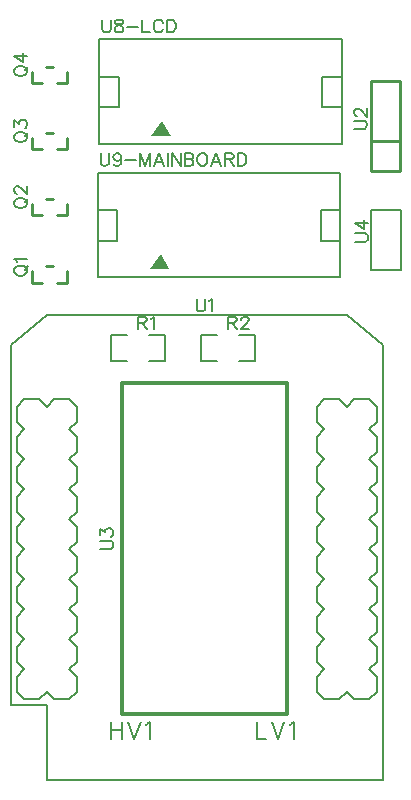
<source format=gto>
G04 Layer: TopSilkscreenLayer*
G04 EasyEDA v6.5.51, 2025-10-02 22:01:21*
G04 208e135f75f84b069e33606ea1abe5ef,5c351882480b49209f9ebacf817cb454,10*
G04 Gerber Generator version 0.2*
G04 Scale: 100 percent, Rotated: No, Reflected: No *
G04 Dimensions in millimeters *
G04 leading zeros omitted , absolute positions ,4 integer and 5 decimal *
%FSLAX45Y45*%
%MOMM*%

%ADD10C,0.2032*%
%ADD11C,0.1524*%
%ADD12C,0.2540*%
%ADD13C,0.1270*%
%ADD14C,0.3000*%
%ADD15C,0.0117*%
%ADD16C,0.2030*%
%ADD17C,0.1520*%

%LPD*%
D10*
X3073400Y2284984D02*
G01*
X3073400Y2141728D01*
X3073400Y2141728D02*
G01*
X3155188Y2141728D01*
X3200145Y2284984D02*
G01*
X3254756Y2141728D01*
X3309365Y2284984D02*
G01*
X3254756Y2141728D01*
X3354324Y2257805D02*
G01*
X3368040Y2264410D01*
X3388359Y2284984D01*
X3388359Y2141728D01*
X1841500Y2284984D02*
G01*
X1841500Y2141728D01*
X1937004Y2284984D02*
G01*
X1937004Y2141728D01*
X1841500Y2216657D02*
G01*
X1937004Y2216657D01*
X1981961Y2284984D02*
G01*
X2036572Y2141728D01*
X2090927Y2284984D02*
G01*
X2036572Y2141728D01*
X2136140Y2257805D02*
G01*
X2149602Y2264410D01*
X2170175Y2284984D01*
X2170175Y2141728D01*
D11*
X1020315Y6094940D02*
G01*
X1025395Y6084526D01*
X1035809Y6074112D01*
X1046223Y6068778D01*
X1061971Y6063698D01*
X1087879Y6063698D01*
X1103373Y6068778D01*
X1113787Y6074112D01*
X1124201Y6084526D01*
X1129281Y6094940D01*
X1129281Y6115768D01*
X1124201Y6125928D01*
X1113787Y6136342D01*
X1103373Y6141676D01*
X1087879Y6146756D01*
X1061971Y6146756D01*
X1046223Y6141676D01*
X1035809Y6136342D01*
X1025395Y6125928D01*
X1020315Y6115768D01*
X1020315Y6094940D01*
X1108707Y6110434D02*
G01*
X1139695Y6141676D01*
X1041143Y6181046D02*
G01*
X1035809Y6191460D01*
X1020315Y6207208D01*
X1129281Y6207208D01*
X1020312Y6666341D02*
G01*
X1025392Y6655927D01*
X1035806Y6645513D01*
X1046220Y6640179D01*
X1061968Y6635099D01*
X1087876Y6635099D01*
X1103370Y6640179D01*
X1113784Y6645513D01*
X1124198Y6655927D01*
X1129278Y6666341D01*
X1129278Y6687169D01*
X1124198Y6697329D01*
X1113784Y6707743D01*
X1103370Y6713077D01*
X1087876Y6718157D01*
X1061968Y6718157D01*
X1046220Y6713077D01*
X1035806Y6707743D01*
X1025392Y6697329D01*
X1020312Y6687169D01*
X1020312Y6666341D01*
X1108704Y6681835D02*
G01*
X1139692Y6713077D01*
X1046220Y6757781D02*
G01*
X1041140Y6757781D01*
X1030726Y6762861D01*
X1025392Y6768195D01*
X1020312Y6778609D01*
X1020312Y6799183D01*
X1025392Y6809597D01*
X1030726Y6814931D01*
X1041140Y6820011D01*
X1051554Y6820011D01*
X1061968Y6814931D01*
X1077462Y6804517D01*
X1129278Y6752447D01*
X1129278Y6825345D01*
X1020312Y7225141D02*
G01*
X1025392Y7214727D01*
X1035806Y7204313D01*
X1046220Y7198979D01*
X1061968Y7193899D01*
X1087876Y7193899D01*
X1103370Y7198979D01*
X1113784Y7204313D01*
X1124198Y7214727D01*
X1129278Y7225141D01*
X1129278Y7245969D01*
X1124198Y7256129D01*
X1113784Y7266543D01*
X1103370Y7271877D01*
X1087876Y7276957D01*
X1061968Y7276957D01*
X1046220Y7271877D01*
X1035806Y7266543D01*
X1025392Y7256129D01*
X1020312Y7245969D01*
X1020312Y7225141D01*
X1108704Y7240635D02*
G01*
X1139692Y7271877D01*
X1020312Y7321661D02*
G01*
X1020312Y7378811D01*
X1061968Y7347569D01*
X1061968Y7363317D01*
X1067048Y7373731D01*
X1072128Y7378811D01*
X1087876Y7384145D01*
X1098290Y7384145D01*
X1113784Y7378811D01*
X1124198Y7368397D01*
X1129278Y7352903D01*
X1129278Y7337409D01*
X1124198Y7321661D01*
X1119118Y7316581D01*
X1108704Y7311247D01*
X1020312Y7783941D02*
G01*
X1025392Y7773527D01*
X1035806Y7763113D01*
X1046220Y7757779D01*
X1061968Y7752699D01*
X1087876Y7752699D01*
X1103370Y7757779D01*
X1113784Y7763113D01*
X1124198Y7773527D01*
X1129278Y7783941D01*
X1129278Y7804769D01*
X1124198Y7814929D01*
X1113784Y7825343D01*
X1103370Y7830677D01*
X1087876Y7835757D01*
X1061968Y7835757D01*
X1046220Y7830677D01*
X1035806Y7825343D01*
X1025392Y7814929D01*
X1020312Y7804769D01*
X1020312Y7783941D01*
X1108704Y7799435D02*
G01*
X1139692Y7830677D01*
X1020312Y7922117D02*
G01*
X1092956Y7870047D01*
X1092956Y7948025D01*
X1020312Y7922117D02*
G01*
X1129278Y7922117D01*
X2070100Y5716015D02*
G01*
X2070100Y5607050D01*
X2070100Y5716015D02*
G01*
X2116836Y5716015D01*
X2132329Y5710936D01*
X2137663Y5705602D01*
X2142743Y5695187D01*
X2142743Y5684773D01*
X2137663Y5674360D01*
X2132329Y5669279D01*
X2116836Y5664200D01*
X2070100Y5664200D01*
X2106422Y5664200D02*
G01*
X2142743Y5607050D01*
X2177034Y5695187D02*
G01*
X2187447Y5700521D01*
X2203195Y5716015D01*
X2203195Y5607050D01*
X2832100Y5716015D02*
G01*
X2832100Y5607050D01*
X2832100Y5716015D02*
G01*
X2878836Y5716015D01*
X2894329Y5710936D01*
X2899663Y5705602D01*
X2904743Y5695187D01*
X2904743Y5684773D01*
X2899663Y5674360D01*
X2894329Y5669279D01*
X2878836Y5664200D01*
X2832100Y5664200D01*
X2868422Y5664200D02*
G01*
X2904743Y5607050D01*
X2944368Y5690107D02*
G01*
X2944368Y5695187D01*
X2949447Y5705602D01*
X2954781Y5710936D01*
X2965195Y5716015D01*
X2985770Y5716015D01*
X2996184Y5710936D01*
X3001518Y5705602D01*
X3006597Y5695187D01*
X3006597Y5684773D01*
X3001518Y5674360D01*
X2991104Y5658865D01*
X2939034Y5607050D01*
X3011931Y5607050D01*
X2565400Y5868415D02*
G01*
X2565400Y5790437D01*
X2570479Y5774944D01*
X2580893Y5764529D01*
X2596641Y5759450D01*
X2607056Y5759450D01*
X2622550Y5764529D01*
X2632963Y5774944D01*
X2638043Y5790437D01*
X2638043Y5868415D01*
X2672334Y5847587D02*
G01*
X2682747Y5852921D01*
X2698495Y5868415D01*
X2698495Y5759450D01*
X3897884Y7302500D02*
G01*
X3975861Y7302500D01*
X3991356Y7307579D01*
X4001770Y7317994D01*
X4006850Y7333742D01*
X4006850Y7344155D01*
X4001770Y7359650D01*
X3991356Y7370063D01*
X3975861Y7375144D01*
X3897884Y7375144D01*
X3923791Y7414768D02*
G01*
X3918711Y7414768D01*
X3908297Y7419847D01*
X3902963Y7425181D01*
X3897884Y7435595D01*
X3897884Y7456170D01*
X3902963Y7466584D01*
X3908297Y7471918D01*
X3918711Y7476997D01*
X3929125Y7476997D01*
X3939540Y7471918D01*
X3955034Y7461504D01*
X4006850Y7409434D01*
X4006850Y7482331D01*
X1751571Y3746500D02*
G01*
X1829549Y3746500D01*
X1845043Y3751579D01*
X1855457Y3761994D01*
X1860537Y3777742D01*
X1860537Y3788155D01*
X1855457Y3803650D01*
X1845043Y3814063D01*
X1829549Y3819144D01*
X1751571Y3819144D01*
X1751571Y3863847D02*
G01*
X1751571Y3920997D01*
X1793227Y3890010D01*
X1793227Y3905504D01*
X1798307Y3915918D01*
X1803387Y3920997D01*
X1819135Y3926331D01*
X1829549Y3926331D01*
X1845043Y3920997D01*
X1855457Y3910584D01*
X1860537Y3895089D01*
X1860537Y3879595D01*
X1855457Y3863847D01*
X1850377Y3858768D01*
X1839963Y3853434D01*
X3910584Y6350000D02*
G01*
X3988561Y6350000D01*
X4004056Y6355079D01*
X4014470Y6365494D01*
X4019550Y6381242D01*
X4019550Y6391655D01*
X4014470Y6407150D01*
X4004056Y6417563D01*
X3988561Y6422644D01*
X3910584Y6422644D01*
X3910584Y6509004D02*
G01*
X3983227Y6456934D01*
X3983227Y6534912D01*
X3910584Y6509004D02*
G01*
X4019550Y6509004D01*
X1765300Y8230615D02*
G01*
X1765300Y8152637D01*
X1770379Y8137144D01*
X1780794Y8126729D01*
X1796542Y8121650D01*
X1806955Y8121650D01*
X1822450Y8126729D01*
X1832863Y8137144D01*
X1837944Y8152637D01*
X1837944Y8230615D01*
X1898395Y8230615D02*
G01*
X1882647Y8225536D01*
X1877568Y8215121D01*
X1877568Y8204708D01*
X1882647Y8194294D01*
X1893062Y8188960D01*
X1913889Y8183879D01*
X1929384Y8178800D01*
X1939797Y8168386D01*
X1945131Y8157971D01*
X1945131Y8142223D01*
X1939797Y8131810D01*
X1934718Y8126729D01*
X1918970Y8121650D01*
X1898395Y8121650D01*
X1882647Y8126729D01*
X1877568Y8131810D01*
X1872234Y8142223D01*
X1872234Y8157971D01*
X1877568Y8168386D01*
X1887981Y8178800D01*
X1903476Y8183879D01*
X1924304Y8188960D01*
X1934718Y8194294D01*
X1939797Y8204708D01*
X1939797Y8215121D01*
X1934718Y8225536D01*
X1918970Y8230615D01*
X1898395Y8230615D01*
X1979422Y8168386D02*
G01*
X2072893Y8168386D01*
X2107184Y8230615D02*
G01*
X2107184Y8121650D01*
X2107184Y8121650D02*
G01*
X2169413Y8121650D01*
X2281681Y8204708D02*
G01*
X2276602Y8215121D01*
X2266188Y8225536D01*
X2255774Y8230615D01*
X2234945Y8230615D01*
X2224531Y8225536D01*
X2214118Y8215121D01*
X2209038Y8204708D01*
X2203704Y8188960D01*
X2203704Y8163052D01*
X2209038Y8147558D01*
X2214118Y8137144D01*
X2224531Y8126729D01*
X2234945Y8121650D01*
X2255774Y8121650D01*
X2266188Y8126729D01*
X2276602Y8137144D01*
X2281681Y8147558D01*
X2315972Y8230615D02*
G01*
X2315972Y8121650D01*
X2315972Y8230615D02*
G01*
X2352293Y8230615D01*
X2368041Y8225536D01*
X2378456Y8215121D01*
X2383536Y8204708D01*
X2388870Y8188960D01*
X2388870Y8163052D01*
X2383536Y8147558D01*
X2378456Y8137144D01*
X2368041Y8126729D01*
X2352293Y8121650D01*
X2315972Y8121650D01*
X1752600Y7100315D02*
G01*
X1752600Y7022337D01*
X1757679Y7006844D01*
X1768094Y6996429D01*
X1783842Y6991350D01*
X1794255Y6991350D01*
X1809750Y6996429D01*
X1820163Y7006844D01*
X1825244Y7022337D01*
X1825244Y7100315D01*
X1927097Y7063994D02*
G01*
X1922018Y7048500D01*
X1911604Y7038086D01*
X1896110Y7032752D01*
X1890776Y7032752D01*
X1875281Y7038086D01*
X1864868Y7048500D01*
X1859534Y7063994D01*
X1859534Y7069073D01*
X1864868Y7084821D01*
X1875281Y7095236D01*
X1890776Y7100315D01*
X1896110Y7100315D01*
X1911604Y7095236D01*
X1922018Y7084821D01*
X1927097Y7063994D01*
X1927097Y7038086D01*
X1922018Y7011923D01*
X1911604Y6996429D01*
X1896110Y6991350D01*
X1885695Y6991350D01*
X1869947Y6996429D01*
X1864868Y7006844D01*
X1961388Y7038086D02*
G01*
X2054859Y7038086D01*
X2089150Y7100315D02*
G01*
X2089150Y6991350D01*
X2089150Y7100315D02*
G01*
X2130806Y6991350D01*
X2172461Y7100315D02*
G01*
X2130806Y6991350D01*
X2172461Y7100315D02*
G01*
X2172461Y6991350D01*
X2248154Y7100315D02*
G01*
X2206752Y6991350D01*
X2248154Y7100315D02*
G01*
X2289809Y6991350D01*
X2222245Y7027671D02*
G01*
X2274315Y7027671D01*
X2324100Y7100315D02*
G01*
X2324100Y6991350D01*
X2358390Y7100315D02*
G01*
X2358390Y6991350D01*
X2358390Y7100315D02*
G01*
X2431034Y6991350D01*
X2431034Y7100315D02*
G01*
X2431034Y6991350D01*
X2465324Y7100315D02*
G01*
X2465324Y6991350D01*
X2465324Y7100315D02*
G01*
X2512059Y7100315D01*
X2527808Y7095236D01*
X2532888Y7089902D01*
X2538222Y7079487D01*
X2538222Y7069073D01*
X2532888Y7058660D01*
X2527808Y7053579D01*
X2512059Y7048500D01*
X2465324Y7048500D02*
G01*
X2512059Y7048500D01*
X2527808Y7043165D01*
X2532888Y7038086D01*
X2538222Y7027671D01*
X2538222Y7011923D01*
X2532888Y7001510D01*
X2527808Y6996429D01*
X2512059Y6991350D01*
X2465324Y6991350D01*
X2603500Y7100315D02*
G01*
X2593340Y7095236D01*
X2582925Y7084821D01*
X2577591Y7074408D01*
X2572511Y7058660D01*
X2572511Y7032752D01*
X2577591Y7017258D01*
X2582925Y7006844D01*
X2593340Y6996429D01*
X2603500Y6991350D01*
X2624327Y6991350D01*
X2634741Y6996429D01*
X2645156Y7006844D01*
X2650490Y7017258D01*
X2655570Y7032752D01*
X2655570Y7058660D01*
X2650490Y7074408D01*
X2645156Y7084821D01*
X2634741Y7095236D01*
X2624327Y7100315D01*
X2603500Y7100315D01*
X2731515Y7100315D02*
G01*
X2689859Y6991350D01*
X2731515Y7100315D02*
G01*
X2772918Y6991350D01*
X2705354Y7027671D02*
G01*
X2757424Y7027671D01*
X2807208Y7100315D02*
G01*
X2807208Y6991350D01*
X2807208Y7100315D02*
G01*
X2853943Y7100315D01*
X2869691Y7095236D01*
X2874772Y7089902D01*
X2880106Y7079487D01*
X2880106Y7069073D01*
X2874772Y7058660D01*
X2869691Y7053579D01*
X2853943Y7048500D01*
X2807208Y7048500D01*
X2843529Y7048500D02*
G01*
X2880106Y6991350D01*
X2914395Y7100315D02*
G01*
X2914395Y6991350D01*
X2914395Y7100315D02*
G01*
X2950718Y7100315D01*
X2966211Y7095236D01*
X2976625Y7084821D01*
X2981959Y7074408D01*
X2987040Y7058660D01*
X2987040Y7032752D01*
X2981959Y7017258D01*
X2976625Y7006844D01*
X2966211Y6996429D01*
X2950718Y6991350D01*
X2914395Y6991350D01*
G36*
X2273604Y7374991D02*
G01*
X2183587Y7244994D01*
X2348585Y7244994D01*
G37*
G36*
X2260904Y6244691D02*
G01*
X2170887Y6114694D01*
X2335885Y6114694D01*
G37*
D12*
X1257203Y6000699D02*
G01*
X1170802Y6000699D01*
X1170802Y6000699D02*
G01*
X1170802Y6100701D01*
X1352199Y6140698D02*
G01*
X1289405Y6140698D01*
X1470802Y6000699D02*
G01*
X1384401Y6000699D01*
X1470802Y6000699D02*
G01*
X1470802Y6100701D01*
X1257200Y6572100D02*
G01*
X1170800Y6572100D01*
X1170800Y6572100D02*
G01*
X1170800Y6672102D01*
X1352196Y6712099D02*
G01*
X1289403Y6712099D01*
X1470799Y6572100D02*
G01*
X1384399Y6572100D01*
X1470799Y6572100D02*
G01*
X1470799Y6672102D01*
X1257200Y7130900D02*
G01*
X1170800Y7130900D01*
X1170800Y7130900D02*
G01*
X1170800Y7230902D01*
X1352196Y7270899D02*
G01*
X1289403Y7270899D01*
X1470799Y7130900D02*
G01*
X1384399Y7130900D01*
X1470799Y7130900D02*
G01*
X1470799Y7230902D01*
X1257200Y7689700D02*
G01*
X1170800Y7689700D01*
X1170800Y7689700D02*
G01*
X1170800Y7789702D01*
X1352196Y7829699D02*
G01*
X1289403Y7829699D01*
X1470799Y7689700D02*
G01*
X1384399Y7689700D01*
X1470799Y7689700D02*
G01*
X1470799Y7789702D01*
D11*
X2165220Y5340390D02*
G01*
X2301212Y5340390D01*
X2301212Y5556209D01*
X2165220Y5556209D01*
X1974979Y5340390D02*
G01*
X1838987Y5340390D01*
X1838987Y5556209D01*
X1974979Y5556209D01*
X2927220Y5340390D02*
G01*
X3063212Y5340390D01*
X3063212Y5556209D01*
X2927220Y5556209D01*
X2736979Y5340390D02*
G01*
X2600987Y5340390D01*
X2600987Y5556209D01*
X2736979Y5556209D01*
D13*
X1041400Y2667000D02*
G01*
X1104900Y2730500D01*
X1041400Y2794000D01*
X1041400Y2921000D01*
X1104900Y2984500D01*
X1041400Y3048000D01*
X1041400Y3175000D01*
X1104900Y3238500D01*
X1041400Y3302000D01*
X1041400Y3429000D01*
X1104900Y3492500D01*
X1041400Y3556000D01*
X1041400Y3683000D01*
X1104900Y3746500D01*
X1041400Y3810000D01*
X1041400Y3937000D01*
X1104900Y4000500D01*
X1041400Y4064000D01*
X1041400Y4191000D01*
X1104900Y4254500D01*
X1041400Y4318000D01*
X1041400Y4445000D01*
X1104900Y4508500D01*
X1041400Y4572000D01*
X1041400Y4699000D01*
X1104900Y4762500D01*
X1041400Y4826000D01*
X1041400Y4953000D01*
X1104900Y5016500D01*
X1231900Y5016500D01*
X1295400Y4953000D01*
X1358900Y5016500D01*
X1485900Y5016500D01*
X1549400Y4953000D01*
X1549400Y4826000D01*
X1485900Y4762500D01*
X1549400Y4699000D01*
X1549400Y4572000D01*
X1485900Y4508500D01*
X1549400Y4445000D01*
X1549400Y4318000D01*
X1485900Y4254500D01*
X1549400Y4191000D01*
X1549400Y4064000D01*
X1485900Y4000500D01*
X1549400Y3937000D01*
X1549400Y3810000D01*
X1485900Y3746500D01*
X1549400Y3683000D01*
X1549400Y3556000D01*
X1485900Y3492500D01*
X1549400Y3429000D01*
X1549400Y3302000D01*
X1485900Y3238500D01*
X1549400Y3175000D01*
X1549400Y3048000D01*
X1485900Y2984500D01*
X1549400Y2921000D01*
X1549400Y2794000D01*
X1485900Y2730500D01*
X1549400Y2667000D01*
X1549400Y2540000D01*
X1485900Y2476500D01*
X1358900Y2476500D01*
X1295400Y2540000D01*
X1231900Y2476500D01*
X1104900Y2476500D01*
X1041400Y2540000D01*
X1041400Y2667000D01*
X990600Y2425700D02*
G01*
X990600Y3949700D01*
X990600Y4711700D01*
X990600Y5473700D01*
X1295400Y5727700D01*
X3835400Y5727700D01*
X4140200Y5473700D01*
X4140200Y5016500D01*
X4140200Y4559300D01*
X4140200Y3644900D01*
X4140200Y2705100D01*
X4140200Y1790700D01*
X1295400Y1790700D01*
X1295400Y2425700D01*
X990600Y2425700D01*
X3644900Y2476500D02*
G01*
X3581400Y2540000D01*
X3581400Y2667000D01*
X3644900Y2730500D01*
X3581400Y2794000D01*
X3581400Y2921000D01*
X3644900Y2984500D01*
X3581400Y3048000D01*
X3581400Y3175000D01*
X3644900Y3238500D01*
X3581400Y3302000D01*
X3581400Y3429000D01*
X3644900Y3492500D01*
X3581400Y3556000D01*
X3581400Y3683000D01*
X3644900Y3746500D01*
X3581400Y3810000D01*
X3581400Y3937000D01*
X3644900Y4000500D01*
X3581400Y4064000D01*
X3581400Y4191000D01*
X3644900Y4254500D01*
X3581400Y4318000D01*
X3581400Y4445000D01*
X3644900Y4508500D01*
X3581400Y4572000D01*
X3581400Y4699000D01*
X3644900Y4762500D01*
X3581400Y4826000D01*
X3581400Y4953000D01*
X3644900Y5016500D01*
X3771900Y5016500D01*
X3835400Y4953000D01*
X3898900Y5016500D01*
X4025900Y5016500D01*
X4089400Y4953000D01*
X4089400Y4826000D01*
X4025900Y4762500D01*
X4089400Y4699000D01*
X4089400Y4572000D01*
X4025900Y4508500D01*
X4089400Y4445000D01*
X4089400Y4318000D01*
X4025900Y4254500D01*
X4089400Y4191000D01*
X4089400Y4064000D01*
X4025900Y4000500D01*
X4089400Y3937000D01*
X4089400Y3810000D01*
X4025900Y3746500D01*
X4089400Y3683000D01*
X4089400Y3556000D01*
X4025900Y3492500D01*
X4089400Y3429000D01*
X4089400Y3302000D01*
X4025900Y3238500D01*
X4089400Y3175000D01*
X4089400Y3048000D01*
X4025900Y2984500D01*
X4089400Y2921000D01*
X4089400Y2794000D01*
X4025900Y2730500D01*
X4089400Y2667000D01*
X4089400Y2540000D01*
X4025900Y2476500D01*
X3898900Y2476500D01*
X3835400Y2540000D01*
X3771900Y2476500D01*
X3644900Y2476500D01*
D12*
X4040601Y7200900D02*
G01*
X4290601Y7200900D01*
X4040601Y7708798D02*
G01*
X4290601Y7708798D01*
X4040601Y6946900D02*
G01*
X4040601Y7708798D01*
X4290601Y6946900D02*
G01*
X4040601Y6946900D01*
X4290601Y7708900D02*
G01*
X4290601Y6946900D01*
D14*
X1930387Y2349500D02*
G01*
X1930387Y5156200D01*
X3327387Y5156200D01*
X3327387Y2349500D01*
X1930387Y2349500D01*
D10*
X4038600Y6616700D02*
G01*
X4292600Y6616700D01*
X4292600Y6108700D01*
X4038600Y6108700D01*
X4038600Y6299200D01*
D16*
X4038600Y6616700D02*
G01*
X4038600Y6299200D01*
D17*
X3796266Y7746743D02*
G01*
X3628636Y7746743D01*
X3628636Y7490000D01*
X3796266Y7490000D01*
X1740982Y7746743D02*
G01*
X1908601Y7746743D01*
X1908601Y7490000D01*
X1740982Y7490000D01*
D11*
X1740982Y8062617D02*
G01*
X3796217Y8062617D01*
X3796217Y7177379D01*
X1740982Y7177379D01*
X1740982Y8062617D01*
D17*
X3783566Y6616443D02*
G01*
X3615936Y6616443D01*
X3615936Y6359700D01*
X3783566Y6359700D01*
X1728282Y6616443D02*
G01*
X1895901Y6616443D01*
X1895901Y6359700D01*
X1728282Y6359700D01*
D11*
X1728282Y6932317D02*
G01*
X3783517Y6932317D01*
X3783517Y6047079D01*
X1728282Y6047079D01*
X1728282Y6932317D01*
M02*

</source>
